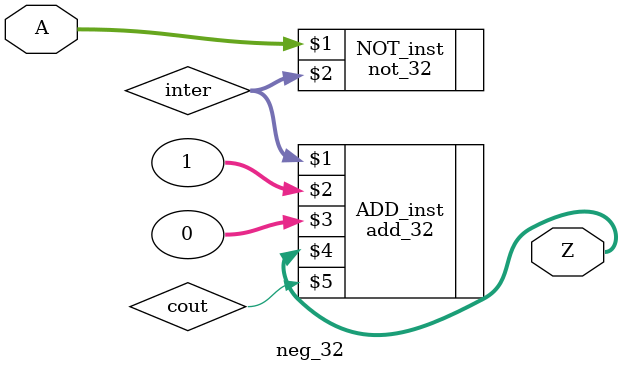
<source format=v>
module neg_32(
  input[31:0] A,
  output[31:0] Z
);

  wire [31:0] inter;
  wire cout;
  not_32 NOT_inst(A,inter);
  add_32 ADD_inst(inter, 1, 0, Z, cout);
endmodule

</source>
